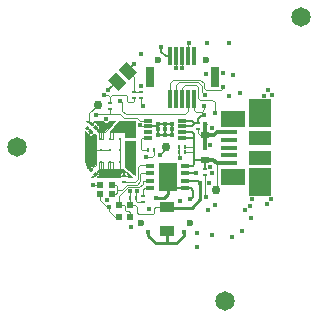
<source format=gbr>
G04 #@! TF.FileFunction,Copper,L1,Top,Signal*
%FSLAX46Y46*%
G04 Gerber Fmt 4.6, Leading zero omitted, Abs format (unit mm)*
G04 Created by KiCad (PCBNEW 4.0.2+dfsg1-2~bpo8+1-stable) date jue 23 mar 2017 16:55:10 ART*
%MOMM*%
G01*
G04 APERTURE LIST*
%ADD10C,0.100000*%
%ADD11R,0.280000X0.300000*%
%ADD12R,0.300000X0.280000*%
%ADD13R,0.800000X0.300000*%
%ADD14R,1.650000X2.400000*%
%ADD15R,0.500000X0.500000*%
%ADD16R,0.680000X0.580000*%
%ADD17R,1.900000X1.170000*%
%ADD18R,1.900000X2.370000*%
%ADD19R,2.100000X1.470000*%
%ADD20R,1.380000X0.450000*%
%ADD21C,0.600000*%
%ADD22R,0.300000X1.600000*%
%ADD23R,0.800000X1.800000*%
%ADD24C,1.651000*%
%ADD25C,0.762000*%
%ADD26R,1.300000X0.950000*%
%ADD27C,0.300000*%
%ADD28R,0.750000X0.300000*%
%ADD29R,0.450000X0.400000*%
%ADD30C,0.406400*%
%ADD31C,0.088900*%
%ADD32C,0.101600*%
%ADD33C,0.203200*%
%ADD34C,0.254000*%
%ADD35C,0.304800*%
G04 APERTURE END LIST*
D10*
G36*
X79408750Y-59543224D02*
X80091250Y-58860724D01*
X80989276Y-59758750D01*
X80306776Y-60441250D01*
X79408750Y-59543224D01*
X79408750Y-59543224D01*
G37*
G36*
X78510724Y-60441250D02*
X79193224Y-59758750D01*
X80091250Y-60656776D01*
X79408750Y-61339276D01*
X78510724Y-60441250D01*
X78510724Y-60441250D01*
G37*
D11*
X85085000Y-66550000D03*
X84565000Y-66550000D03*
X85085000Y-66050000D03*
X84565000Y-66050000D03*
X81890000Y-66350000D03*
X82410000Y-66350000D03*
D12*
X79850000Y-68540000D03*
X79850000Y-69060000D03*
D11*
X80390000Y-70400000D03*
X80910000Y-70400000D03*
D12*
X80750000Y-61440000D03*
X80750000Y-61960000D03*
X81350000Y-61440000D03*
X81350000Y-61960000D03*
X78700000Y-62910000D03*
X78700000Y-62390000D03*
X86150000Y-64040000D03*
X86150000Y-64560000D03*
X86750000Y-67940000D03*
X86750000Y-68460000D03*
D13*
X82110000Y-67660000D03*
X82110000Y-68310000D03*
X82110000Y-68950000D03*
X82110000Y-69600000D03*
X85050000Y-68950000D03*
X85050000Y-68310000D03*
X85050000Y-67660000D03*
D14*
X83580000Y-68630000D03*
D13*
X85050000Y-69600000D03*
D15*
X77850000Y-69300000D03*
X78850000Y-69300000D03*
X78850000Y-70100000D03*
X77850000Y-70100000D03*
X79450000Y-71000000D03*
X79450000Y-72000000D03*
X80350000Y-71000000D03*
X80350000Y-72000000D03*
D16*
X86750000Y-67150000D03*
X86750000Y-65050000D03*
D17*
X91400000Y-66980000D03*
X91400000Y-65300000D03*
D18*
X91400000Y-63230000D03*
X91400000Y-69050000D03*
D19*
X89100000Y-63680000D03*
X89100000Y-68600000D03*
D20*
X88740000Y-67440000D03*
X88740000Y-66790000D03*
X88740000Y-66140000D03*
X88740000Y-65490000D03*
X88740000Y-64840000D03*
D10*
G36*
X77426777Y-64211091D02*
X77638909Y-64423223D01*
X77440919Y-64621213D01*
X77228787Y-64409081D01*
X77426777Y-64211091D01*
X77426777Y-64211091D01*
G37*
G36*
X77059081Y-64578787D02*
X77271213Y-64790919D01*
X77073223Y-64988909D01*
X76861091Y-64776777D01*
X77059081Y-64578787D01*
X77059081Y-64578787D01*
G37*
D12*
X81450000Y-70760000D03*
X81450000Y-70240000D03*
D10*
G36*
X77126777Y-63911091D02*
X77338909Y-64123223D01*
X77140919Y-64321213D01*
X76928787Y-64109081D01*
X77126777Y-63911091D01*
X77126777Y-63911091D01*
G37*
G36*
X76759081Y-64278787D02*
X76971213Y-64490919D01*
X76773223Y-64688909D01*
X76561091Y-64476777D01*
X76759081Y-64278787D01*
X76759081Y-64278787D01*
G37*
D21*
X86847840Y-58704220D03*
X82747840Y-58704220D03*
D22*
X85797840Y-58404220D03*
X85297840Y-58404220D03*
X84797840Y-58404220D03*
X84297840Y-58404220D03*
X83797840Y-58404220D03*
X83797840Y-62004220D03*
X84297840Y-62004220D03*
X84797840Y-62004220D03*
X85297840Y-62004220D03*
X85797840Y-62004220D03*
D23*
X82047840Y-60204220D03*
X87547840Y-60204220D03*
D21*
X85450000Y-72500000D03*
X81350000Y-72500000D03*
D10*
G36*
X77638909Y-68376777D02*
X77426777Y-68588909D01*
X77228787Y-68390919D01*
X77440919Y-68178787D01*
X77638909Y-68376777D01*
X77638909Y-68376777D01*
G37*
G36*
X77271213Y-68009081D02*
X77059081Y-68221213D01*
X76861091Y-68023223D01*
X77073223Y-67811091D01*
X77271213Y-68009081D01*
X77271213Y-68009081D01*
G37*
D24*
X70850000Y-66100000D03*
X88450000Y-79100000D03*
X94850000Y-55100000D03*
D25*
X87650000Y-69700000D03*
X83450000Y-66100000D03*
X77650000Y-62500000D03*
D26*
X83550000Y-71203000D03*
X83550000Y-73235000D03*
D27*
X78727676Y-66374572D03*
X79527676Y-66374572D03*
X78727676Y-65374572D03*
X78727676Y-67374572D03*
X79527676Y-65374572D03*
X77927676Y-66374572D03*
X79527676Y-67374572D03*
X77927676Y-65374572D03*
X77927676Y-67374572D03*
D28*
X84800000Y-65350000D03*
X84800000Y-64850000D03*
X84800000Y-64350000D03*
X84800000Y-63850000D03*
X81900000Y-63850000D03*
X81900000Y-64350000D03*
X81900000Y-64850000D03*
X81900000Y-65350000D03*
D29*
X82750000Y-64600000D03*
X82750000Y-65100000D03*
X82750000Y-64100000D03*
X83950000Y-64100000D03*
X83350000Y-64600000D03*
X83950000Y-65100000D03*
X83350000Y-64100000D03*
X83350000Y-65100000D03*
X83950000Y-64600000D03*
D30*
X78650000Y-71200000D03*
X86950000Y-57300000D03*
X84650000Y-66999998D03*
X86842118Y-70300000D03*
X80450000Y-65900000D03*
X81750000Y-66900000D03*
X81355686Y-60900000D03*
X86850000Y-59900000D03*
X81250004Y-64200000D03*
X81450000Y-62600000D03*
X78513430Y-61300000D03*
X82570055Y-70398287D03*
X86750000Y-64100000D03*
X87150000Y-65900000D03*
X86750000Y-66200000D03*
X85450000Y-70500000D03*
X80950000Y-69807884D03*
X89686560Y-61500000D03*
X83050000Y-57600000D03*
X81950004Y-73300000D03*
X92350000Y-70527126D03*
X92050000Y-61300000D03*
X77050000Y-66600000D03*
X77213430Y-65880144D03*
X84948782Y-73300000D03*
X86350000Y-69100000D03*
X86650000Y-63400000D03*
X80350000Y-69807884D03*
X77250000Y-69300000D03*
X81349996Y-58200000D03*
X88771510Y-61743021D03*
X78150000Y-61700000D03*
X87192102Y-67800000D03*
X87350000Y-64500002D03*
X88750000Y-57300000D03*
X90713430Y-70527116D03*
X90667338Y-72112143D03*
X91950000Y-70900000D03*
X78550000Y-64300000D03*
X77949996Y-64300000D03*
X84649507Y-70624511D03*
X92450000Y-61700000D03*
X86650000Y-62599994D03*
X80750006Y-59100000D03*
X85350000Y-57300004D03*
X87087991Y-69137991D03*
X89132782Y-60007808D03*
X87550000Y-70999994D03*
X88250000Y-59800000D03*
X88239958Y-61000000D03*
X89850000Y-73200000D03*
X91750000Y-61752898D03*
X81982757Y-71306835D03*
X89050000Y-73700000D03*
X84814596Y-59423270D03*
X90150000Y-71400000D03*
X84314595Y-59423270D03*
X90528492Y-71043022D03*
X86750000Y-61700000D03*
X87550000Y-63200000D03*
X79550000Y-62200000D03*
X86050000Y-74536570D03*
X86050000Y-73400000D03*
X82893453Y-66743453D03*
X78750000Y-68400000D03*
X85963722Y-68263430D03*
X87350000Y-73499992D03*
X77549994Y-63400000D03*
X87023121Y-71457791D03*
X78359022Y-63696107D03*
X78430061Y-70604080D03*
X87350000Y-68300000D03*
X80450000Y-72900000D03*
D31*
X77850000Y-70100000D02*
X77850000Y-70600000D01*
X77850000Y-70600000D02*
X78450000Y-71200000D01*
X78450000Y-71200000D02*
X78650000Y-71200000D01*
X78650000Y-71487368D02*
X78650000Y-71200000D01*
X79450000Y-72000000D02*
X79111100Y-72000000D01*
X78650000Y-71538900D02*
X78650000Y-71487368D01*
X79111100Y-72000000D02*
X78650000Y-71538900D01*
X84565000Y-66914998D02*
X84650000Y-66999998D01*
X84565000Y-66550000D02*
X84565000Y-66914998D01*
X84565000Y-66050000D02*
X84565000Y-66550000D01*
X86750000Y-70207882D02*
X86842118Y-70300000D01*
X86750000Y-68460000D02*
X86750000Y-70207882D01*
X80450000Y-65900000D02*
X80450000Y-66900000D01*
X82250000Y-66900000D02*
X81750000Y-66900000D01*
D32*
X81400004Y-64350000D02*
X81250004Y-64200000D01*
X81900000Y-64350000D02*
X81400004Y-64350000D01*
D31*
X81350000Y-62500000D02*
X81450000Y-62600000D01*
X81350000Y-61960000D02*
X81350000Y-62500000D01*
D33*
X78550000Y-61300000D02*
X78513430Y-61300000D01*
X79300987Y-60549013D02*
X78550000Y-61300000D01*
X85050000Y-69600000D02*
X83650000Y-69600000D01*
X81900000Y-64350000D02*
X82700000Y-64350000D01*
X82700000Y-64350000D02*
X82750000Y-64400000D01*
X82750000Y-64100000D02*
X82750000Y-64400000D01*
X82750000Y-64400000D02*
X82750000Y-64600000D01*
D34*
X83580000Y-68630000D02*
X83580000Y-69900000D01*
X83580000Y-69900000D02*
X83580000Y-70084000D01*
D31*
X77043828Y-65710542D02*
X77043828Y-65206172D01*
X77043828Y-65206172D02*
X77266152Y-64983848D01*
X77927676Y-66374572D02*
X77424572Y-66374572D01*
X77424572Y-66374572D02*
X77250000Y-66200000D01*
X77250000Y-66200000D02*
X77250000Y-65916714D01*
X77250000Y-65916714D02*
X77213430Y-65880144D01*
D34*
X83265713Y-70398287D02*
X82857423Y-70398287D01*
X82857423Y-70398287D02*
X82570055Y-70398287D01*
X83580000Y-70084000D02*
X83265713Y-70398287D01*
X83550000Y-74225000D02*
X84325000Y-74225000D01*
X84325000Y-74225000D02*
X84948782Y-73601218D01*
X84948782Y-73601218D02*
X84948782Y-73300000D01*
X83550000Y-74225000D02*
X82575000Y-74225000D01*
X82575000Y-74225000D02*
X81950000Y-73600000D01*
X81950000Y-73600000D02*
X81950000Y-73300004D01*
X81950000Y-73300004D02*
X81950004Y-73300000D01*
X86750044Y-64100000D02*
X86750000Y-64100000D01*
X86800022Y-64149978D02*
X86750044Y-64100000D01*
D35*
X86750000Y-65050000D02*
X86750000Y-64100000D01*
X86750000Y-65050000D02*
X86750000Y-66200000D01*
D33*
X85050000Y-69600000D02*
X85550000Y-69600000D01*
X85550000Y-69600000D02*
X85750000Y-69800000D01*
X85750000Y-70300000D02*
X85550000Y-70500000D01*
X85750000Y-69800000D02*
X85750000Y-70300000D01*
X85550000Y-70500000D02*
X85450000Y-70500000D01*
D32*
X86150000Y-64888900D02*
X86150000Y-64560000D01*
X82410000Y-66350000D02*
X82410000Y-66740000D01*
X82410000Y-66740000D02*
X82250000Y-66900000D01*
D31*
X80910000Y-70400000D02*
X80910000Y-70660000D01*
X80910000Y-70660000D02*
X81010000Y-70760000D01*
X81010000Y-70760000D02*
X81450000Y-70760000D01*
X80910000Y-69847884D02*
X80950000Y-69807884D01*
X80910000Y-70400000D02*
X80910000Y-69847884D01*
X86150000Y-64888900D02*
X86311100Y-65050000D01*
X86311100Y-65050000D02*
X86750000Y-65050000D01*
D33*
X82750000Y-65100000D02*
X82750000Y-64600000D01*
X83350000Y-65100000D02*
X82750000Y-65100000D01*
X83350000Y-64600000D02*
X83350000Y-65100000D01*
X83350000Y-64100000D02*
X83350000Y-64600000D01*
X83350000Y-65100000D02*
X83950000Y-65100000D01*
X83950000Y-64600000D02*
X83950000Y-65100000D01*
X83950000Y-64100000D02*
X83950000Y-64600000D01*
X83350000Y-64100000D02*
X83950000Y-64100000D01*
X82750000Y-64100000D02*
X83350000Y-64100000D01*
X83050000Y-58009580D02*
X83050000Y-57887368D01*
X83444640Y-58404220D02*
X83050000Y-58009580D01*
X83050000Y-57887368D02*
X83050000Y-57600000D01*
X83797840Y-58404220D02*
X83444640Y-58404220D01*
D35*
X88740000Y-64840000D02*
X87745200Y-64840000D01*
X87745200Y-64840000D02*
X87535200Y-65050000D01*
X87535200Y-65050000D02*
X86750000Y-65050000D01*
D31*
X77253199Y-66396801D02*
X77050000Y-66600000D01*
X77927676Y-66374572D02*
X77275428Y-66374572D01*
X77275428Y-66374572D02*
X77253199Y-66396801D01*
X77050000Y-66887368D02*
X77050000Y-66600000D01*
X77050000Y-67700000D02*
X77050000Y-66887368D01*
X76950000Y-67800000D02*
X77050000Y-67700000D01*
X77043828Y-65710542D02*
X77213430Y-65880144D01*
D34*
X83550000Y-73282000D02*
X83550000Y-74225000D01*
D33*
X84930782Y-73282000D02*
X84948782Y-73300000D01*
D35*
X88740000Y-64840000D02*
X88730000Y-64850000D01*
D31*
X77327676Y-66374572D02*
X77227676Y-66374572D01*
X78727676Y-66374572D02*
X77927676Y-66374572D01*
X78727676Y-66374572D02*
X78711511Y-66374572D01*
X77715544Y-66374572D02*
X77327676Y-66374572D01*
X77927676Y-66374572D02*
X77715544Y-66374572D01*
X83550000Y-71203000D02*
X82547000Y-71203000D01*
X82350000Y-71800000D02*
X81150000Y-71800000D01*
X82547000Y-71203000D02*
X82450000Y-71300000D01*
X82450000Y-71300000D02*
X82450000Y-71700000D01*
X82450000Y-71700000D02*
X82350000Y-71800000D01*
X81150000Y-71800000D02*
X80988900Y-71638900D01*
X80988900Y-71638900D02*
X80988900Y-71138900D01*
X80988900Y-71138900D02*
X80850000Y-71000000D01*
X80850000Y-71000000D02*
X80350000Y-71000000D01*
D34*
X85600000Y-71250000D02*
X86350000Y-70500000D01*
D33*
X86200000Y-68950000D02*
X86350000Y-69100000D01*
X85050000Y-68950000D02*
X86200000Y-68950000D01*
D34*
X83550000Y-71250000D02*
X85600000Y-71250000D01*
X86350000Y-69387368D02*
X86350000Y-69100000D01*
X86350000Y-70500000D02*
X86350000Y-69387368D01*
D33*
X85796800Y-64040000D02*
X85796800Y-64153200D01*
X85796800Y-64153200D02*
X85600000Y-64350000D01*
X85600000Y-64350000D02*
X84800000Y-64350000D01*
X84800000Y-63850000D02*
X85606800Y-63850000D01*
X85606800Y-63850000D02*
X85796800Y-64040000D01*
X86150000Y-64040000D02*
X86150000Y-63700000D01*
X86450000Y-63400000D02*
X86650000Y-63400000D01*
X86150000Y-63700000D02*
X86450000Y-63400000D01*
X86150000Y-64040000D02*
X85796800Y-64040000D01*
D31*
X80390000Y-70400000D02*
X80390000Y-70960000D01*
X80390000Y-70960000D02*
X80350000Y-71000000D01*
X80390000Y-70400000D02*
X80390000Y-69847884D01*
X80390000Y-69847884D02*
X80350000Y-69807884D01*
X77850000Y-69300000D02*
X77250000Y-69300000D01*
X80350000Y-70440000D02*
X80390000Y-70400000D01*
X76950000Y-63200000D02*
X76950000Y-63932304D01*
X76950000Y-63932304D02*
X77133848Y-64116152D01*
X77650000Y-62500000D02*
X76950000Y-63200000D01*
X80750000Y-62200000D02*
X80750000Y-61960000D01*
X80650000Y-62300000D02*
X80750000Y-62200000D01*
X80250000Y-62300000D02*
X80650000Y-62300000D01*
X78700000Y-61850000D02*
X78850000Y-61700000D01*
X80150000Y-61800000D02*
X80150000Y-62200000D01*
X80050000Y-61700000D02*
X80150000Y-61800000D01*
X78550000Y-61700000D02*
X78150000Y-61700000D01*
X80150000Y-62200000D02*
X80250000Y-62300000D01*
X78700000Y-61850000D02*
X78550000Y-61700000D01*
X78850000Y-61700000D02*
X80050000Y-61700000D01*
X77633848Y-64616152D02*
X77633848Y-64680744D01*
X77633848Y-64680744D02*
X77727676Y-64774572D01*
X85797840Y-62004220D02*
X85797840Y-62947840D01*
X85797840Y-62947840D02*
X85950000Y-63100000D01*
X85950000Y-63100000D02*
X86450000Y-63100000D01*
X86450000Y-63100000D02*
X86650000Y-62900000D01*
X86650000Y-62900000D02*
X86650000Y-62599994D01*
X78346801Y-64503199D02*
X78550000Y-64300000D01*
X78175428Y-64674572D02*
X78346801Y-64503199D01*
X77927676Y-64674572D02*
X78175428Y-64674572D01*
X77927676Y-64674572D02*
X77949996Y-64652252D01*
X77949996Y-64587368D02*
X77949996Y-64300000D01*
X77949996Y-64652252D02*
X77949996Y-64587368D01*
X78700000Y-62390000D02*
X78700000Y-61850000D01*
X77727676Y-65374572D02*
X77727676Y-64774572D01*
X77927676Y-65374572D02*
X77727676Y-65374572D01*
X78127676Y-65374572D02*
X78127676Y-64774572D01*
X77927676Y-65374572D02*
X78127676Y-65374572D01*
X77927676Y-65374572D02*
X77927676Y-64674572D01*
D33*
X80750000Y-59100000D02*
X80750006Y-59100000D01*
X80199013Y-59650987D02*
X80750000Y-59100000D01*
D31*
X80199013Y-59650987D02*
X80750000Y-60201974D01*
X80750000Y-60201974D02*
X80750000Y-60900000D01*
X80750000Y-60900000D02*
X80750000Y-61440000D01*
X80750000Y-61440000D02*
X81350000Y-61440000D01*
X85350000Y-57300000D02*
X85350000Y-57300004D01*
X85295680Y-57354324D02*
X85350000Y-57300004D01*
X85295680Y-58403360D02*
X85295680Y-57354324D01*
X86650000Y-61100000D02*
X86787571Y-61237571D01*
X86787571Y-61237571D02*
X88054521Y-61237571D01*
X86350000Y-60400000D02*
X86650000Y-60700000D01*
X86650000Y-60700000D02*
X86650000Y-61100000D01*
X83797840Y-60652160D02*
X84050000Y-60400000D01*
X88054521Y-61237571D02*
X88239958Y-61052134D01*
X83797840Y-62004220D02*
X83797840Y-60652160D01*
X84050000Y-60400000D02*
X86350000Y-60400000D01*
X88239958Y-61052134D02*
X88239958Y-61000000D01*
X84797840Y-59406514D02*
X84814596Y-59423270D01*
X84797840Y-58404220D02*
X84797840Y-59406514D01*
X84297840Y-59406515D02*
X84314595Y-59423270D01*
X84297840Y-58404220D02*
X84297840Y-59406515D01*
X84300000Y-62000000D02*
X84300000Y-60850000D01*
X84300000Y-60850000D02*
X84550000Y-60600000D01*
X84550000Y-60600000D02*
X86150000Y-60600000D01*
X86150000Y-60600000D02*
X86450000Y-60900000D01*
X86450000Y-60900000D02*
X86450000Y-61400000D01*
X86450000Y-61400000D02*
X86546801Y-61496801D01*
X86546801Y-61496801D02*
X86750000Y-61700000D01*
X84797840Y-62004220D02*
X84797840Y-61052160D01*
X84797840Y-61052160D02*
X85050000Y-60800000D01*
X85050000Y-60800000D02*
X85975676Y-60800000D01*
X85975676Y-60800000D02*
X86187871Y-61012195D01*
X86187871Y-61937871D02*
X86350000Y-62100000D01*
X86187871Y-61012195D02*
X86187871Y-61937871D01*
X86350000Y-62100000D02*
X87350000Y-62100000D01*
X87350000Y-62100000D02*
X87550000Y-62300000D01*
X87550000Y-62300000D02*
X87550000Y-63200000D01*
X85297840Y-62004220D02*
X85297840Y-63052160D01*
X85297840Y-63052160D02*
X85050000Y-63300000D01*
X80050000Y-63300000D02*
X79750000Y-63000000D01*
X85050000Y-63300000D02*
X80050000Y-63300000D01*
X79750000Y-63000000D02*
X79750000Y-62300000D01*
X79750000Y-62300000D02*
X79650000Y-62200000D01*
X79650000Y-62200000D02*
X79550000Y-62200000D01*
X79850000Y-69060000D02*
X80790000Y-69060000D01*
X80790000Y-69060000D02*
X81050000Y-68800000D01*
X81050000Y-68800000D02*
X81050000Y-67800000D01*
X81050000Y-67800000D02*
X81220000Y-67630000D01*
X81220000Y-67630000D02*
X81780000Y-67630000D01*
D32*
X81900000Y-65350000D02*
X81400000Y-65350000D01*
X81400000Y-65350000D02*
X81300000Y-65450000D01*
X81300000Y-66250000D02*
X81400000Y-66350000D01*
X81300000Y-65450000D02*
X81300000Y-66250000D01*
X81400000Y-66350000D02*
X81890000Y-66350000D01*
D31*
X81550000Y-69600000D02*
X81450000Y-69700000D01*
X81450000Y-69700000D02*
X81450000Y-70240000D01*
X82110000Y-69600000D02*
X81550000Y-69600000D01*
X78927676Y-65374572D02*
X78927676Y-64774572D01*
X78727676Y-65374572D02*
X78927676Y-65374572D01*
X78727676Y-65374572D02*
X78727676Y-64874572D01*
X87745200Y-67440000D02*
X87745200Y-69270232D01*
X87745200Y-69270232D02*
X87650000Y-69365432D01*
X87650000Y-69365432D02*
X87650000Y-69700000D01*
D35*
X87745200Y-67440000D02*
X87455200Y-67150000D01*
X88740000Y-67440000D02*
X87745200Y-67440000D01*
X87455200Y-67150000D02*
X86750000Y-67150000D01*
D33*
X85850000Y-67100000D02*
X85850000Y-67500000D01*
X85850000Y-67500000D02*
X85690000Y-67660000D01*
X85690000Y-67660000D02*
X85050000Y-67660000D01*
X86750000Y-67940000D02*
X86750000Y-67150000D01*
X85850000Y-66950000D02*
X85850000Y-67100000D01*
X86750000Y-67150000D02*
X85900000Y-67150000D01*
X85900000Y-67150000D02*
X85850000Y-67100000D01*
X85850000Y-66475000D02*
X85850000Y-66575000D01*
X85850000Y-66575000D02*
X85850000Y-66750000D01*
D32*
X85085000Y-66550000D02*
X85825000Y-66550000D01*
X85825000Y-66550000D02*
X85850000Y-66575000D01*
D33*
X85850000Y-66300000D02*
X85850000Y-66050000D01*
X85850000Y-66050000D02*
X85850000Y-65925000D01*
D32*
X85085000Y-66050000D02*
X85326600Y-66050000D01*
X85326600Y-66050000D02*
X85850000Y-66050000D01*
D33*
X85850000Y-66300000D02*
X85850000Y-66475000D01*
X85850000Y-65925000D02*
X85850000Y-65300000D01*
D32*
X85800000Y-66300000D02*
X85850000Y-66300000D01*
D33*
X85850000Y-65300000D02*
X85850000Y-65025000D01*
X84800000Y-65350000D02*
X85800000Y-65350000D01*
X85800000Y-65350000D02*
X85850000Y-65300000D01*
X85850000Y-65025000D02*
X85675000Y-64850000D01*
X85675000Y-64850000D02*
X84800000Y-64850000D01*
X85850000Y-66750000D02*
X85850000Y-66950000D01*
D31*
X83450000Y-66100000D02*
X83450000Y-66186906D01*
X83450000Y-66186906D02*
X82893453Y-66743453D01*
D32*
X79527676Y-67374572D02*
X79527676Y-68022324D01*
X79527676Y-68022324D02*
X79450000Y-68100000D01*
X79450000Y-68100000D02*
X79450000Y-68200000D01*
X79527676Y-66374572D02*
X79527676Y-67374572D01*
X79527676Y-65374572D02*
X79527676Y-66374572D01*
D31*
X79450000Y-68300000D02*
X79450000Y-68500000D01*
X78850000Y-68300000D02*
X78750000Y-68400000D01*
X79450000Y-68200000D02*
X79450000Y-68300000D01*
X79450000Y-68300000D02*
X78850000Y-68300000D01*
X78927676Y-68074572D02*
X79324572Y-68074572D01*
X79324572Y-68074572D02*
X79450000Y-68200000D01*
X79450000Y-68500000D02*
X79490000Y-68540000D01*
X79490000Y-68540000D02*
X79850000Y-68540000D01*
D33*
X85050000Y-68310000D02*
X85917152Y-68310000D01*
X85917152Y-68310000D02*
X85963722Y-68263430D01*
X85070216Y-68289784D02*
X85050000Y-68310000D01*
D34*
X85947152Y-68280000D02*
X85963722Y-68263430D01*
D31*
X78927676Y-68074572D02*
X78725000Y-68074572D01*
X78725000Y-68074572D02*
X78527676Y-68074572D01*
D32*
X78727676Y-68077248D02*
X78725000Y-68074572D01*
D31*
X78727676Y-67974572D02*
X78727676Y-67374572D01*
X77927676Y-68074572D02*
X77927676Y-68322324D01*
X77927676Y-68322324D02*
X77850000Y-68400000D01*
X77550000Y-68400000D02*
X77433848Y-68283848D01*
X77850000Y-68400000D02*
X77550000Y-68400000D01*
X78927676Y-67374572D02*
X78927676Y-68074572D01*
X78727676Y-67374572D02*
X78927676Y-67374572D01*
X78527676Y-67374572D02*
X78527676Y-68050308D01*
X78727676Y-67374572D02*
X78527676Y-67374572D01*
X77927676Y-68074572D02*
X78127676Y-68074572D01*
X77727676Y-68074572D02*
X77927676Y-68074572D01*
X78527676Y-68074572D02*
X78127676Y-68074572D01*
X77927676Y-67374572D02*
X77927676Y-68074572D01*
X78127676Y-67374572D02*
X78127676Y-68074572D01*
X77927676Y-67374572D02*
X78127676Y-67374572D01*
X77727676Y-67374572D02*
X77727676Y-68074572D01*
X77927676Y-67374572D02*
X77727676Y-67374572D01*
X78650000Y-63300000D02*
X79550000Y-63300000D01*
X79550000Y-63300000D02*
X79850000Y-63600000D01*
X81200000Y-63850000D02*
X81900000Y-63850000D01*
X79850000Y-63600000D02*
X80950000Y-63600000D01*
X80950000Y-63600000D02*
X81200000Y-63850000D01*
X78650000Y-63300000D02*
X77649994Y-63300000D01*
X77649994Y-63300000D02*
X77549994Y-63400000D01*
X78700000Y-62910000D02*
X78700000Y-63250000D01*
X78700000Y-63250000D02*
X78650000Y-63300000D01*
X79250000Y-69700000D02*
X79700440Y-69700000D01*
X79700440Y-69700000D02*
X80114802Y-69285638D01*
X81250000Y-69000000D02*
X81250000Y-68400000D01*
X80114802Y-69285638D02*
X80964362Y-69285638D01*
X80964362Y-69285638D02*
X81250000Y-69000000D01*
X81250000Y-68400000D02*
X81340000Y-68310000D01*
X81340000Y-68310000D02*
X81540000Y-68310000D01*
X81540000Y-68310000D02*
X82110000Y-68310000D01*
X79250000Y-69361100D02*
X79250000Y-69700000D01*
X79250000Y-69700000D02*
X79250000Y-70000000D01*
X79150000Y-70100000D02*
X78850000Y-70100000D01*
X79250000Y-70000000D02*
X79150000Y-70100000D01*
X78850000Y-69300000D02*
X79188900Y-69300000D01*
X79188900Y-69300000D02*
X79250000Y-69361100D01*
X79450000Y-71000000D02*
X79850000Y-71000000D01*
X80350000Y-71600000D02*
X80350000Y-72000000D01*
X79850000Y-71000000D02*
X79950000Y-71100000D01*
X80250000Y-71500000D02*
X80350000Y-71600000D01*
X79950000Y-71100000D02*
X79950000Y-71400000D01*
X79950000Y-71400000D02*
X80050000Y-71500000D01*
X80050000Y-71500000D02*
X80250000Y-71500000D01*
X79450000Y-71000000D02*
X79450000Y-70201901D01*
X79450000Y-70201901D02*
X80188454Y-69463448D01*
X80188454Y-69463448D02*
X81186552Y-69463448D01*
X81186552Y-69463448D02*
X81450000Y-69200000D01*
X81500000Y-68950000D02*
X82110000Y-68950000D01*
X81450000Y-69200000D02*
X81450000Y-69000000D01*
X81450000Y-69000000D02*
X81500000Y-68950000D01*
D32*
G36*
X76942470Y-63906813D02*
X77133848Y-64098191D01*
X77318155Y-63913884D01*
X77318155Y-63851022D01*
X77317933Y-63850800D01*
X78037795Y-63850800D01*
X78041215Y-63859438D01*
X78078992Y-63918056D01*
X78127435Y-63968221D01*
X78184699Y-64008020D01*
X78248604Y-64035939D01*
X78316714Y-64050914D01*
X78386435Y-64052375D01*
X78455113Y-64040265D01*
X78520130Y-64015047D01*
X78579011Y-63977680D01*
X78629512Y-63929588D01*
X78669711Y-63872603D01*
X78679418Y-63850800D01*
X79139451Y-63850800D01*
X78304332Y-64823772D01*
X77747369Y-64823772D01*
X77612693Y-64700886D01*
X77625226Y-64688353D01*
X77625226Y-64625491D01*
X77433848Y-64434113D01*
X77419706Y-64448255D01*
X77401745Y-64430294D01*
X77415887Y-64416152D01*
X77451809Y-64416152D01*
X77643187Y-64607530D01*
X77706049Y-64607530D01*
X77777015Y-64536564D01*
X77796474Y-64507442D01*
X77809876Y-64475085D01*
X77816709Y-64440735D01*
X77816709Y-64405712D01*
X77809876Y-64371361D01*
X77796473Y-64339003D01*
X77777015Y-64309882D01*
X77698978Y-64231845D01*
X77636116Y-64231845D01*
X77451809Y-64416152D01*
X77415887Y-64416152D01*
X77133848Y-64134113D01*
X77119706Y-64148255D01*
X77101745Y-64130294D01*
X77115887Y-64116152D01*
X77151809Y-64116152D01*
X77433848Y-64398191D01*
X77618155Y-64213884D01*
X77618155Y-64151022D01*
X77540118Y-64072985D01*
X77510997Y-64053527D01*
X77500727Y-64049273D01*
X77496473Y-64039003D01*
X77477015Y-64009882D01*
X77398978Y-63931845D01*
X77336116Y-63931845D01*
X77151809Y-64116152D01*
X77115887Y-64116152D01*
X76924509Y-63924774D01*
X76861647Y-63924774D01*
X76814159Y-63972262D01*
X76681042Y-63850800D01*
X76942470Y-63850800D01*
X76942470Y-63906813D01*
X76942470Y-63906813D01*
G37*
X76942470Y-63906813D02*
X77133848Y-64098191D01*
X77318155Y-63913884D01*
X77318155Y-63851022D01*
X77317933Y-63850800D01*
X78037795Y-63850800D01*
X78041215Y-63859438D01*
X78078992Y-63918056D01*
X78127435Y-63968221D01*
X78184699Y-64008020D01*
X78248604Y-64035939D01*
X78316714Y-64050914D01*
X78386435Y-64052375D01*
X78455113Y-64040265D01*
X78520130Y-64015047D01*
X78579011Y-63977680D01*
X78629512Y-63929588D01*
X78669711Y-63872603D01*
X78679418Y-63850800D01*
X79139451Y-63850800D01*
X78304332Y-64823772D01*
X77747369Y-64823772D01*
X77612693Y-64700886D01*
X77625226Y-64688353D01*
X77625226Y-64625491D01*
X77433848Y-64434113D01*
X77419706Y-64448255D01*
X77401745Y-64430294D01*
X77415887Y-64416152D01*
X77451809Y-64416152D01*
X77643187Y-64607530D01*
X77706049Y-64607530D01*
X77777015Y-64536564D01*
X77796474Y-64507442D01*
X77809876Y-64475085D01*
X77816709Y-64440735D01*
X77816709Y-64405712D01*
X77809876Y-64371361D01*
X77796473Y-64339003D01*
X77777015Y-64309882D01*
X77698978Y-64231845D01*
X77636116Y-64231845D01*
X77451809Y-64416152D01*
X77415887Y-64416152D01*
X77133848Y-64134113D01*
X77119706Y-64148255D01*
X77101745Y-64130294D01*
X77115887Y-64116152D01*
X77151809Y-64116152D01*
X77433848Y-64398191D01*
X77618155Y-64213884D01*
X77618155Y-64151022D01*
X77540118Y-64072985D01*
X77510997Y-64053527D01*
X77500727Y-64049273D01*
X77496473Y-64039003D01*
X77477015Y-64009882D01*
X77398978Y-63931845D01*
X77336116Y-63931845D01*
X77151809Y-64116152D01*
X77115887Y-64116152D01*
X76924509Y-63924774D01*
X76861647Y-63924774D01*
X76814159Y-63972262D01*
X76681042Y-63850800D01*
X76942470Y-63850800D01*
X76942470Y-63906813D01*
G36*
X76798255Y-64469706D02*
X76784113Y-64483848D01*
X77066152Y-64765887D01*
X77080294Y-64751745D01*
X77098255Y-64769706D01*
X77084113Y-64783848D01*
X77275491Y-64975226D01*
X77338353Y-64975226D01*
X77354195Y-64959384D01*
X77476876Y-65094223D01*
X77476876Y-67652708D01*
X77295096Y-67824774D01*
X77275491Y-67824774D01*
X77084113Y-68016152D01*
X77088392Y-68020431D01*
X77069938Y-68037899D01*
X77066152Y-68034113D01*
X77052010Y-68048255D01*
X77034049Y-68030294D01*
X77048191Y-68016152D01*
X76863884Y-67831845D01*
X76801022Y-67831845D01*
X76747473Y-67885394D01*
X76714619Y-67751022D01*
X76881845Y-67751022D01*
X76881845Y-67813884D01*
X77066152Y-67998191D01*
X77257530Y-67806813D01*
X77257530Y-67743951D01*
X77173938Y-67660359D01*
X77108589Y-67633291D01*
X77037856Y-67633291D01*
X76972507Y-67660360D01*
X76881845Y-67751022D01*
X76714619Y-67751022D01*
X76600800Y-67285518D01*
X76600800Y-64986116D01*
X76881845Y-64986116D01*
X76881845Y-65048978D01*
X76972507Y-65139640D01*
X77037856Y-65166709D01*
X77108589Y-65166709D01*
X77173938Y-65139641D01*
X77257530Y-65056049D01*
X77257530Y-64993187D01*
X77066152Y-64801809D01*
X76881845Y-64986116D01*
X76600800Y-64986116D01*
X76600800Y-64767933D01*
X76672507Y-64839640D01*
X76699273Y-64850727D01*
X76710360Y-64877493D01*
X76801022Y-64968155D01*
X76863884Y-64968155D01*
X77048191Y-64783848D01*
X76766152Y-64501809D01*
X76752010Y-64515951D01*
X76734049Y-64497990D01*
X76748191Y-64483848D01*
X76734049Y-64469706D01*
X76752010Y-64451745D01*
X76766152Y-64465887D01*
X76780294Y-64451745D01*
X76798255Y-64469706D01*
X76798255Y-64469706D01*
G37*
X76798255Y-64469706D02*
X76784113Y-64483848D01*
X77066152Y-64765887D01*
X77080294Y-64751745D01*
X77098255Y-64769706D01*
X77084113Y-64783848D01*
X77275491Y-64975226D01*
X77338353Y-64975226D01*
X77354195Y-64959384D01*
X77476876Y-65094223D01*
X77476876Y-67652708D01*
X77295096Y-67824774D01*
X77275491Y-67824774D01*
X77084113Y-68016152D01*
X77088392Y-68020431D01*
X77069938Y-68037899D01*
X77066152Y-68034113D01*
X77052010Y-68048255D01*
X77034049Y-68030294D01*
X77048191Y-68016152D01*
X76863884Y-67831845D01*
X76801022Y-67831845D01*
X76747473Y-67885394D01*
X76714619Y-67751022D01*
X76881845Y-67751022D01*
X76881845Y-67813884D01*
X77066152Y-67998191D01*
X77257530Y-67806813D01*
X77257530Y-67743951D01*
X77173938Y-67660359D01*
X77108589Y-67633291D01*
X77037856Y-67633291D01*
X76972507Y-67660360D01*
X76881845Y-67751022D01*
X76714619Y-67751022D01*
X76600800Y-67285518D01*
X76600800Y-64986116D01*
X76881845Y-64986116D01*
X76881845Y-65048978D01*
X76972507Y-65139640D01*
X77037856Y-65166709D01*
X77108589Y-65166709D01*
X77173938Y-65139641D01*
X77257530Y-65056049D01*
X77257530Y-64993187D01*
X77066152Y-64801809D01*
X76881845Y-64986116D01*
X76600800Y-64986116D01*
X76600800Y-64767933D01*
X76672507Y-64839640D01*
X76699273Y-64850727D01*
X76710360Y-64877493D01*
X76801022Y-64968155D01*
X76863884Y-64968155D01*
X77048191Y-64783848D01*
X76766152Y-64501809D01*
X76752010Y-64515951D01*
X76734049Y-64497990D01*
X76748191Y-64483848D01*
X76734049Y-64469706D01*
X76752010Y-64451745D01*
X76766152Y-64465887D01*
X76780294Y-64451745D01*
X76798255Y-64469706D01*
G36*
X80594062Y-68623772D02*
X80177800Y-68623772D01*
X80177800Y-68597150D01*
X80133350Y-68552700D01*
X79862700Y-68552700D01*
X79862700Y-68572700D01*
X79837300Y-68572700D01*
X79837300Y-68552700D01*
X79566650Y-68552700D01*
X79522200Y-68597150D01*
X79522200Y-68623772D01*
X77618155Y-68623772D01*
X77618155Y-68586116D01*
X77433848Y-68401809D01*
X77242470Y-68593187D01*
X77242470Y-68623772D01*
X77050318Y-68623772D01*
X77130256Y-68543835D01*
X77161647Y-68575226D01*
X77224509Y-68575226D01*
X77415887Y-68383848D01*
X77451809Y-68383848D01*
X77636116Y-68568155D01*
X77698978Y-68568155D01*
X77777015Y-68490118D01*
X77796473Y-68460997D01*
X77809876Y-68428639D01*
X77816709Y-68394288D01*
X77816709Y-68382488D01*
X79522200Y-68382488D01*
X79522200Y-68482850D01*
X79566650Y-68527300D01*
X79837300Y-68527300D01*
X79837300Y-68266650D01*
X79862700Y-68266650D01*
X79862700Y-68527300D01*
X80133350Y-68527300D01*
X80177800Y-68482850D01*
X80177800Y-68382488D01*
X80170967Y-68348137D01*
X80157564Y-68315780D01*
X80138106Y-68286659D01*
X80113341Y-68261894D01*
X80084220Y-68242436D01*
X80051862Y-68229033D01*
X80017512Y-68222200D01*
X79907150Y-68222200D01*
X79862700Y-68266650D01*
X79837300Y-68266650D01*
X79792850Y-68222200D01*
X79682488Y-68222200D01*
X79648138Y-68229033D01*
X79615780Y-68242436D01*
X79586659Y-68261894D01*
X79561894Y-68286659D01*
X79542436Y-68315780D01*
X79529033Y-68348137D01*
X79522200Y-68382488D01*
X77816709Y-68382488D01*
X77816709Y-68359265D01*
X77809876Y-68324915D01*
X77796474Y-68292558D01*
X77777015Y-68263436D01*
X77706049Y-68192470D01*
X77643187Y-68192470D01*
X77451809Y-68383848D01*
X77415887Y-68383848D01*
X77401745Y-68369706D01*
X77419706Y-68351745D01*
X77433848Y-68365887D01*
X77625226Y-68174509D01*
X77625226Y-68111647D01*
X77593835Y-68080256D01*
X77748718Y-67925372D01*
X79808362Y-67925372D01*
X80594062Y-68623772D01*
X80594062Y-68623772D01*
G37*
X80594062Y-68623772D02*
X80177800Y-68623772D01*
X80177800Y-68597150D01*
X80133350Y-68552700D01*
X79862700Y-68552700D01*
X79862700Y-68572700D01*
X79837300Y-68572700D01*
X79837300Y-68552700D01*
X79566650Y-68552700D01*
X79522200Y-68597150D01*
X79522200Y-68623772D01*
X77618155Y-68623772D01*
X77618155Y-68586116D01*
X77433848Y-68401809D01*
X77242470Y-68593187D01*
X77242470Y-68623772D01*
X77050318Y-68623772D01*
X77130256Y-68543835D01*
X77161647Y-68575226D01*
X77224509Y-68575226D01*
X77415887Y-68383848D01*
X77451809Y-68383848D01*
X77636116Y-68568155D01*
X77698978Y-68568155D01*
X77777015Y-68490118D01*
X77796473Y-68460997D01*
X77809876Y-68428639D01*
X77816709Y-68394288D01*
X77816709Y-68382488D01*
X79522200Y-68382488D01*
X79522200Y-68482850D01*
X79566650Y-68527300D01*
X79837300Y-68527300D01*
X79837300Y-68266650D01*
X79862700Y-68266650D01*
X79862700Y-68527300D01*
X80133350Y-68527300D01*
X80177800Y-68482850D01*
X80177800Y-68382488D01*
X80170967Y-68348137D01*
X80157564Y-68315780D01*
X80138106Y-68286659D01*
X80113341Y-68261894D01*
X80084220Y-68242436D01*
X80051862Y-68229033D01*
X80017512Y-68222200D01*
X79907150Y-68222200D01*
X79862700Y-68266650D01*
X79837300Y-68266650D01*
X79792850Y-68222200D01*
X79682488Y-68222200D01*
X79648138Y-68229033D01*
X79615780Y-68242436D01*
X79586659Y-68261894D01*
X79561894Y-68286659D01*
X79542436Y-68315780D01*
X79529033Y-68348137D01*
X79522200Y-68382488D01*
X77816709Y-68382488D01*
X77816709Y-68359265D01*
X77809876Y-68324915D01*
X77796474Y-68292558D01*
X77777015Y-68263436D01*
X77706049Y-68192470D01*
X77643187Y-68192470D01*
X77451809Y-68383848D01*
X77415887Y-68383848D01*
X77401745Y-68369706D01*
X77419706Y-68351745D01*
X77433848Y-68365887D01*
X77625226Y-68174509D01*
X77625226Y-68111647D01*
X77593835Y-68080256D01*
X77748718Y-67925372D01*
X79808362Y-67925372D01*
X80594062Y-68623772D01*
G36*
X80799200Y-68486876D02*
X80000800Y-67777188D01*
X80000800Y-65550800D01*
X80799200Y-65550800D01*
X80799200Y-68486876D01*
X80799200Y-68486876D01*
G37*
X80799200Y-68486876D02*
X80000800Y-67777188D01*
X80000800Y-65550800D01*
X80799200Y-65550800D01*
X80799200Y-68486876D01*
G36*
X80799200Y-65249200D02*
X80000800Y-65249200D01*
X80000800Y-64900000D01*
X79998789Y-64885847D01*
X79992914Y-64872816D01*
X79983642Y-64861936D01*
X79971706Y-64854071D01*
X79958051Y-64849842D01*
X79950000Y-64849200D01*
X78657200Y-64849200D01*
X79474073Y-63850800D01*
X80799200Y-63850800D01*
X80799200Y-65249200D01*
X80799200Y-65249200D01*
G37*
X80799200Y-65249200D02*
X80000800Y-65249200D01*
X80000800Y-64900000D01*
X79998789Y-64885847D01*
X79992914Y-64872816D01*
X79983642Y-64861936D01*
X79971706Y-64854071D01*
X79958051Y-64849842D01*
X79950000Y-64849200D01*
X78657200Y-64849200D01*
X79474073Y-63850800D01*
X80799200Y-63850800D01*
X80799200Y-65249200D01*
M02*

</source>
